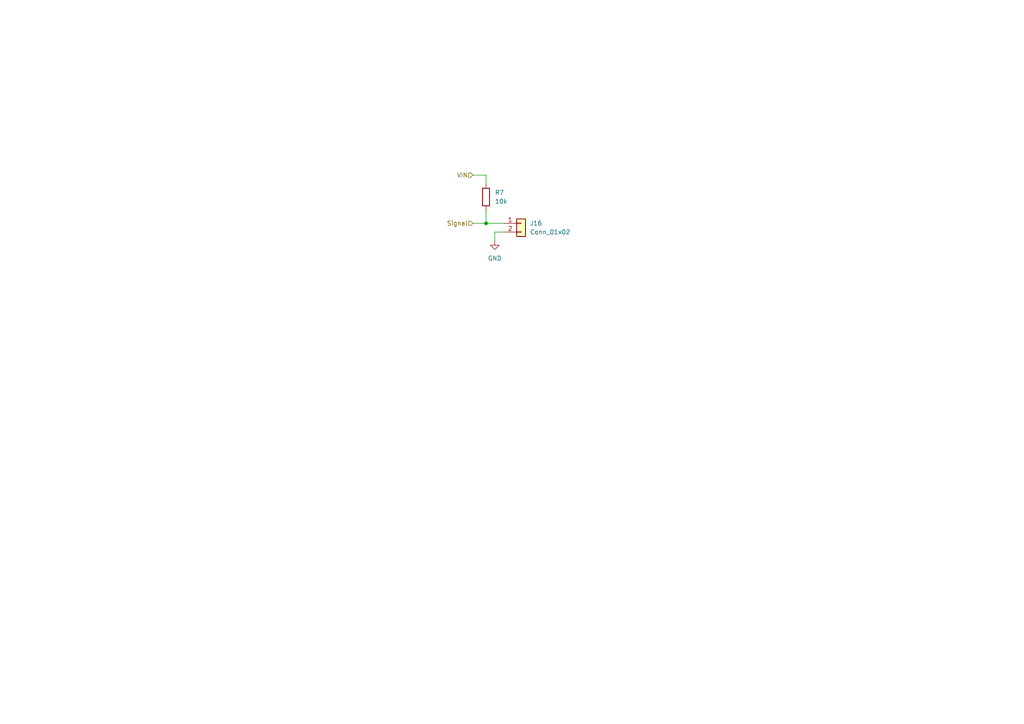
<source format=kicad_sch>
(kicad_sch (version 20230121) (generator eeschema)
  (paper "A4")
  (lib_symbols
    (symbol "Connector_Generic:Conn_01x02" (pin_names (offset 1.016) hide)
      (property "Reference" "J" (at 0 2.54 0))
      (property "Value" "Conn_01x02" (at 0 -5.08 0))
      (symbol "Conn_01x02_1_1"
        (rectangle (start -1.27 -2.413) (end 0 -2.667) (stroke (width 0.1524)))
        (rectangle (start -1.27 0.127) (end 0 -0.127) (stroke (width 0.1524)))
        (rectangle (start -1.27 1.27) (end 1.27 -3.81) (stroke (width 0.254)) (fill (type background)))
        (pin passive line (at -5.08 0 0) (length 3.81) (name "Pin_1") (number "1"))
        (pin passive line (at -5.08 -2.54 0) (length 3.81) (name "Pin_2") (number "2"))
      )
    )
    (symbol "Device:R" (pin_numbers hide) (pin_names (offset 0))
      (property "Reference" "R" (at 2.032 0 90))
      (property "Value" "R" (at 0 0 90))
      (symbol "R_0_1"
        (rectangle (start -1.016 -2.54) (end 1.016 2.54) (stroke (width 0.254)))
      )
      (symbol "R_1_1"
        (pin passive line (at 0 3.81 270) (length 1.27) (name "~") (number "1"))
        (pin passive line (at 0 -3.81 90) (length 1.27) (name "~") (number "2"))
      )
    )
    (symbol "power:GND" (power) (pin_names (offset 0))
      (property "Value" "GND" (at 0 -3.81 0))
      (symbol "GND_0_1"
        (polyline (pts (xy 0 0) (xy 0 -1.27) (xy 1.27 -1.27) (xy 0 -2.54) (xy -1.27 -1.27) (xy 0 -1.27)))
      )
      (symbol "GND_1_1"
        (pin power_in line (at 0 0 270) (length 0) hide (name "GND") (number "1"))
      )
    )
  )
  (junction (at 140.97 64.77))
  (wire (pts (xy 137.16 50.8) (xy 140.97 50.8)))
  (wire (pts (xy 140.97 50.8) (xy 140.97 53.34)))
  (wire (pts (xy 140.97 60.96) (xy 140.97 64.77)))
  (wire (pts (xy 143.51 67.31) (xy 146.05 67.31)))
  (wire (pts (xy 137.16 64.77) (xy 140.97 64.77)))
  (wire (pts (xy 143.51 69.85) (xy 143.51 67.31)))
  (wire (pts (xy 140.97 64.77) (xy 146.05 64.77)))
  (hierarchical_label "Signal" (shape input) (at 137.16 64.77 180))
  (hierarchical_label "VIN" (shape input) (at 137.16 50.8 180))
  (symbol (lib_id "Connector_Generic:Conn_01x02") (at 151.13 64.77 0) (unit 1)
    (property "Reference" "J16" (at 153.67 64.7699 0) (effects (justify left)))
    (property "Value" "Conn_01x02" (at 153.67 67.3099 0) (effects (justify left)))
    (property "Footprint" "Connector_PinHeader_2.54mm:PinHeader_1x02_P2.54mm_Vertical" (effects hide))
    (instances (project "FastNerfController" (path "" (reference "J16") (unit 1)) (path "" (reference "J17") (unit 1)) (path "" (reference "J18") (unit 1)) (path "" (reference "J19") (unit 1))))
  )
  (symbol (lib_id "Device:R") (at 140.97 57.15 0) (unit 1)
    (property "Reference" "R7" (at 143.51 55.8799 0) (effects (justify left)))
    (property "Value" "10k" (at 143.51 58.4199 0) (effects (justify left)))
    (property "Footprint" "Resistor_SMD:R_0603_1608Metric" (effects hide))
    (instances (project "FastNerfController" (path "" (reference "R7") (unit 1)) (path "" (reference "R8") (unit 1)) (path "" (reference "R9") (unit 1)) (path "" (reference "R10") (unit 1))))
  )
  (symbol (lib_id "power:GND") (at 143.51 69.85 0) (unit 1)
    (property "Reference" "#PWR0138" (effects hide))
    (property "Value" "GND" (at 143.51 74.93 0))
    (instances (project "FastNerfController" (path "" (reference "#PWR0138") (unit 1)) (path "" (reference "#PWR0139") (unit 1)) (path "" (reference "#PWR0140") (unit 1)) (path "" (reference "#PWR0141") (unit 1))))
  )
)
</source>
